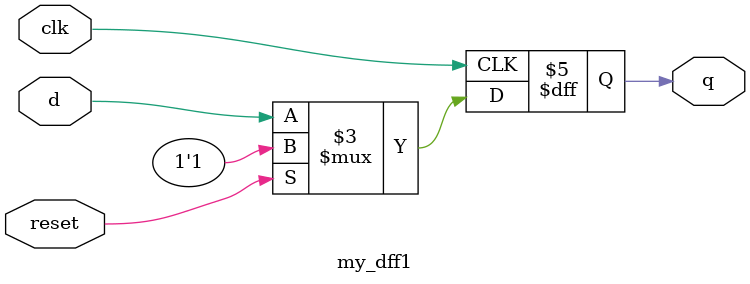
<source format=v>
module top_module (
    input  wire       clk,
    input  wire       reset,
    input  wire [7:0] d,
    output wire [7:0] q
    );
    
    my_dff0 u0 (.clk(clk), .reset(reset), .d(d[0]), .q(q[0]));
    my_dff0 u1 (.clk(clk), .reset(reset), .d(d[1]), .q(q[1]));
    my_dff1 u2 (.clk(clk), .reset(reset), .d(d[2]), .q(q[2]));
    my_dff0 u3 (.clk(clk), .reset(reset), .d(d[3]), .q(q[3]));
    my_dff1 u4 (.clk(clk), .reset(reset), .d(d[4]), .q(q[4]));
    my_dff1 u5 (.clk(clk), .reset(reset), .d(d[5]), .q(q[5]));
    my_dff0 u6 (.clk(clk), .reset(reset), .d(d[6]), .q(q[6]));
    my_dff0 u7 (.clk(clk), .reset(reset), .d(d[7]), .q(q[7]));

endmodule

module my_dff0 (
    input  wire clk,
    input  wire reset,
    input  wire d,
    output wire q
    );
    
    always @(negedge clk) begin
        if (reset)
            q <= 0;
        else
            q <= d;
    end

endmodule

module my_dff1 (
    input  wire clk,
    input  wire reset,
    input  wire d,
    output wire q
    );
    
    always @(negedge clk) begin
        if (reset)
            q <= 1;
        else
            q <= d;
    end

endmodule

</source>
